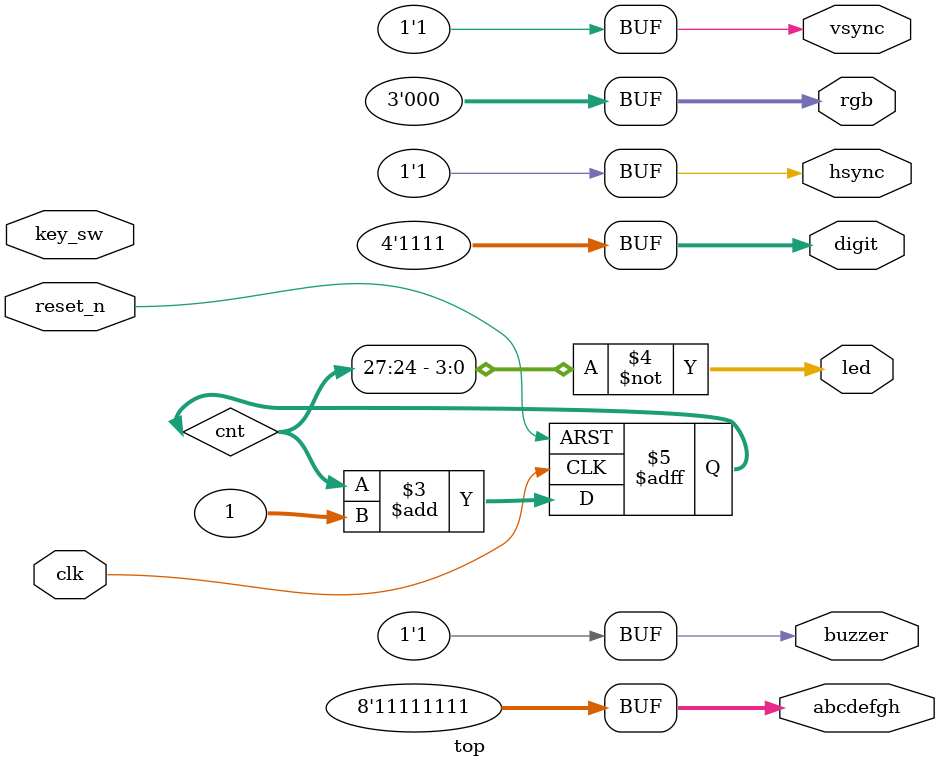
<source format=sv>

module top
(
    input        clk,
    input        reset_n,

    input  [3:0] key_sw,
    output [3:0] led,

    output [7:0] abcdefgh,
    output [3:0] digit,

    output       buzzer,

    output       hsync,
    output       vsync,
    output [2:0] rgb
);

    wire reset = ~ reset_n;

    assign abcdefgh  = 8'hff;
    assign digit     = 4'hf;
    assign buzzer    = 1'b1;
    assign hsync     = 1'b1;
    assign vsync     = 1'b1;
    assign rgb       = 3'b0;

    // Exercise 1: Free running counter.
    // How do you change the speed of LED blinking?
    // Try different bit slices to display.

    logic [31:0] cnt;

    always_ff @ (posedge clk or posedge reset)
      if (reset)
        cnt <= 32'b0;
      else
        cnt <= cnt + 32'b1;

    assign led = ~ cnt [27:24];

    // Exercise 2: Key-controlled counter.
    // Comment out the code above.
    // Uncomment and synthesize the code below.
    // Press the key to see the counter incrementing.
    //
    // Change the design, for example:
    //
    // 1. One key is used to increment, another to decrement.
    //
    // 2. Two counters controlled by different keys
    // displayed in different groups of LEDs.

    /*

    wire key = key_sw [0];

    logic key_r;

    always_ff @ (posedge clk or posedge reset)
      if (reset)
        key_r <= 1'b0;
      else
        key_r <= key;

    wire key_pressed = ~ key & key_r;

    logic [3:0] cnt;

    always_ff @ (posedge clk or posedge reset)
      if (reset)
        cnt <= 4'b0;
      else if (key_pressed)
        cnt <= cnt + 4'b1;

    assign led = ~ cnt;

    */

endmodule

</source>
